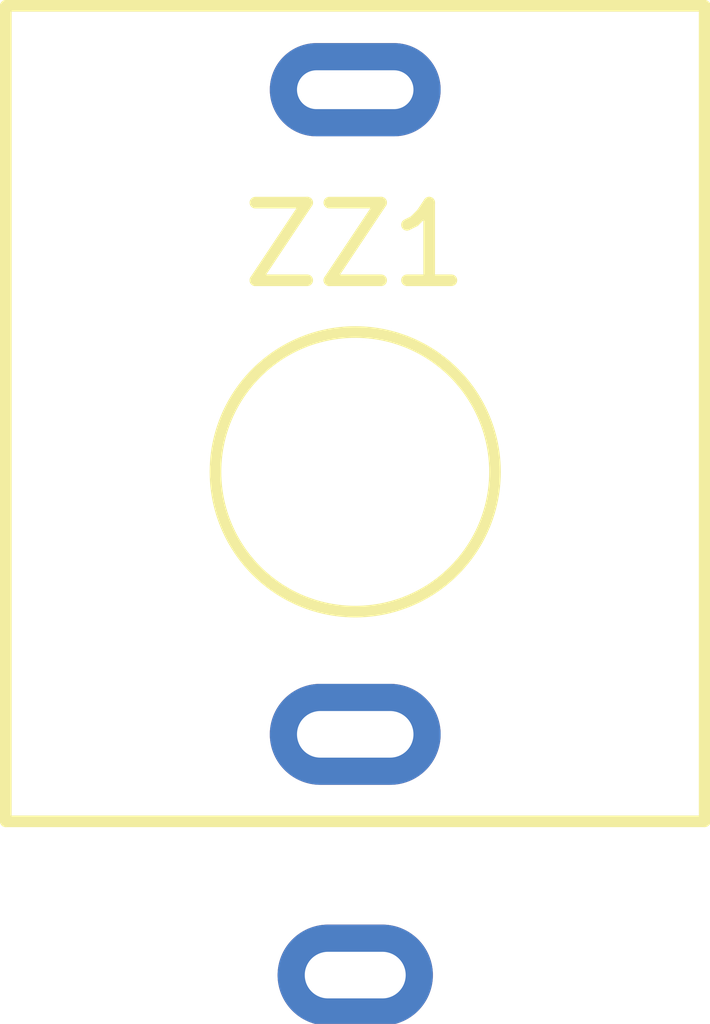
<source format=kicad_pcb>
(kicad_pcb (version 20171130) (host pcbnew "(5.1.9-0-10_14)")

  (general
    (thickness 1.6)
    (drawings 0)
    (tracks 0)
    (zones 0)
    (modules 1)
    (nets 3)
  )

  (page A4)
  (layers
    (0 F.Cu signal)
    (31 B.Cu signal)
    (32 B.Adhes user)
    (33 F.Adhes user)
    (34 B.Paste user)
    (35 F.Paste user)
    (36 B.SilkS user)
    (37 F.SilkS user)
    (38 B.Mask user)
    (39 F.Mask user)
    (40 Dwgs.User user)
    (41 Cmts.User user)
    (42 Eco1.User user)
    (43 Eco2.User user)
    (44 Edge.Cuts user)
    (45 Margin user)
    (46 B.CrtYd user hide)
    (47 F.CrtYd user hide)
    (48 B.Fab user hide)
    (49 F.Fab user hide)
  )

  (setup
    (last_trace_width 0.1524)
    (user_trace_width 0.1524)
    (user_trace_width 0.254)
    (user_trace_width 0.4064)
    (user_trace_width 0.635)
    (trace_clearance 0.1524)
    (zone_clearance 0.508)
    (zone_45_only no)
    (trace_min 0.1524)
    (via_size 0.6858)
    (via_drill 0.3048)
    (via_min_size 0.6858)
    (via_min_drill 0.3048)
    (uvia_size 0.3048)
    (uvia_drill 0.1524)
    (uvias_allowed no)
    (uvia_min_size 0.2)
    (uvia_min_drill 0.1)
    (edge_width 0.15)
    (segment_width 0.2)
    (pcb_text_width 0.3)
    (pcb_text_size 1.5 1.5)
    (mod_edge_width 0.15)
    (mod_text_size 1 1)
    (mod_text_width 0.15)
    (pad_size 2.2 1.3)
    (pad_drill 1.5)
    (pad_to_mask_clearance 0.2)
    (aux_axis_origin 0 0)
    (visible_elements FFFFFF7F)
    (pcbplotparams
      (layerselection 0x010fc_ffffffff)
      (usegerberextensions false)
      (usegerberattributes false)
      (usegerberadvancedattributes false)
      (creategerberjobfile false)
      (excludeedgelayer true)
      (linewidth 0.100000)
      (plotframeref false)
      (viasonmask false)
      (mode 1)
      (useauxorigin false)
      (hpglpennumber 1)
      (hpglpenspeed 20)
      (hpglpendiameter 15.000000)
      (psnegative false)
      (psa4output false)
      (plotreference true)
      (plotvalue true)
      (plotinvisibletext false)
      (padsonsilk false)
      (subtractmaskfromsilk false)
      (outputformat 1)
      (mirror false)
      (drillshape 1)
      (scaleselection 1)
      (outputdirectory ""))
  )

  (net 0 "")
  (net 1 GND)
  (net 2 "Net-(Pin0-Pad1)")

  (net_class Default "This is the default net class."
    (clearance 0.1524)
    (trace_width 0.1524)
    (via_dia 0.6858)
    (via_drill 0.3048)
    (uvia_dia 0.3048)
    (uvia_drill 0.1524)
    (diff_pair_width 0.1524)
    (diff_pair_gap 0.1524)
    (add_net GND)
    (add_net "Net-(Pin0-Pad1)")
  )

  (module Connector_Thonk:ThonkiconnJack locked (layer F.Cu) (tedit 61B869FF) (tstamp 608A8B61)
    (at 0 0)
    (path /5FC82E98)
    (fp_text reference ZZ1 (at 0 -2.921) (layer F.SilkS)
      (effects (font (size 1 1) (thickness 0.15)))
    )
    (fp_text value IN (at 0 9.3) (layer F.Fab)
      (effects (font (size 1 1) (thickness 0.15)))
    )
    (fp_circle (center 0 0) (end 1.8 0) (layer F.SilkS) (width 0.15))
    (fp_line (start -4.5 -6) (end 4.5 -6) (layer F.SilkS) (width 0.15))
    (fp_line (start -4.5 -6) (end -4.5 4.5) (layer F.SilkS) (width 0.15))
    (fp_line (start 4.5 -6) (end 4.5 4.5) (layer F.SilkS) (width 0.15))
    (fp_line (start -4.5 4.5) (end 4.5 4.5) (layer F.SilkS) (width 0.15))
    (pad "" np_thru_hole circle (at 0 0) (size 2.5 2.5) (drill 2.5) (layers *.Cu *.Mask))
    (pad T thru_hole oval (at 0 -4.92) (size 2.2 1.2) (drill oval 1.5 0.5) (layers *.Cu *.Mask)
      (net 2 "Net-(Pin0-Pad1)"))
    (pad TN thru_hole oval (at 0 3.38) (size 2.2 1.3) (drill oval 1.5 0.6) (layers *.Cu *.Mask)
      (net 1 GND))
    (pad S thru_hole oval (at 0 6.48) (size 2 1.3) (drill oval 1.3 0.6) (layers *.Cu *.Mask)
      (net 1 GND))
  )

)

</source>
